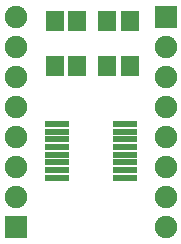
<source format=gts>
G04 DipTrace 3.1.0.1*
G04 BOARD.gts*
%MOIN*%
G04 #@! TF.FileFunction,Soldermask,Top*
G04 #@! TF.Part,Single*
%ADD27R,0.078866X0.023748*%
%ADD29C,0.074929*%
%ADD31R,0.074929X0.074929*%
%ADD33R,0.059181X0.067055*%
%FSLAX26Y26*%
G04*
G70*
G90*
G75*
G01*
G04 TopMask*
%LPD*%
D33*
X587639Y1212442D3*
X662442D3*
X587639Y1062458D3*
X662442D3*
X762621D3*
X837424D3*
D31*
X456403Y525014D3*
D29*
Y625014D3*
Y725014D3*
Y825014D3*
Y925014D3*
Y1025014D3*
Y1125014D3*
Y1225014D3*
D31*
X956499Y1225249D3*
D29*
Y1125249D3*
Y1025249D3*
Y925249D3*
Y825249D3*
Y725249D3*
Y625249D3*
Y525249D3*
D33*
X762621Y1212442D3*
X837424D3*
D27*
X593888Y868728D3*
Y843138D3*
Y817547D3*
Y791957D3*
Y766366D3*
Y740776D3*
Y715185D3*
Y689594D3*
X822243D3*
X822235Y715185D3*
Y740776D3*
Y766366D3*
Y791957D3*
Y817547D3*
Y843138D3*
Y868728D3*
M02*

</source>
